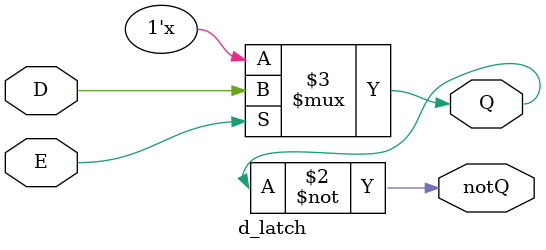
<source format=v>
module d_latch(
    input D, E,
    output reg Q,
    output notQ
    );
    always @(D, E) begin
        if(E)
            Q <= D;
    end
    assign notQ = ~Q;           
endmodule

</source>
